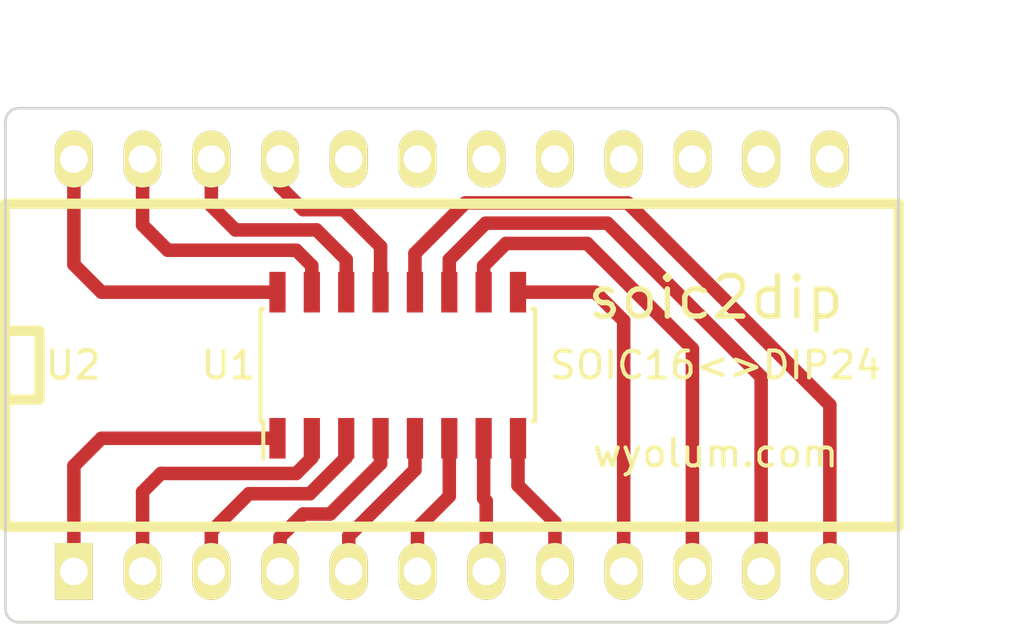
<source format=kicad_pcb>
(kicad_pcb (version 4) (host pcbnew "(2015-07-01 BZR 5850)-product")

  (general
    (links 16)
    (no_connects 0)
    (area 24.099499 13.775 64.708334 36.550001)
    (thickness 1.6)
    (drawings 14)
    (tracks 66)
    (zones 0)
    (modules 2)
    (nets 17)
  )

  (page A4)
  (layers
    (0 F.Cu signal)
    (31 B.Cu signal)
    (32 B.Adhes user)
    (33 F.Adhes user)
    (34 B.Paste user)
    (35 F.Paste user)
    (36 B.SilkS user)
    (37 F.SilkS user)
    (38 B.Mask user)
    (39 F.Mask user)
    (40 Dwgs.User user)
    (41 Cmts.User user)
    (42 Eco1.User user)
    (43 Eco2.User user)
    (44 Edge.Cuts user)
    (45 Margin user)
    (46 B.CrtYd user)
    (47 F.CrtYd user)
    (48 B.Fab user)
    (49 F.Fab user)
  )

  (setup
    (last_trace_width 0.25)
    (trace_clearance 0.2)
    (zone_clearance 0.508)
    (zone_45_only no)
    (trace_min 0.2)
    (segment_width 0.05)
    (edge_width 0.05)
    (via_size 0.6)
    (via_drill 0.4)
    (via_min_size 0.4)
    (via_min_drill 0.3)
    (uvia_size 0.3)
    (uvia_drill 0.1)
    (uvias_allowed no)
    (uvia_min_size 0.2)
    (uvia_min_drill 0.1)
    (pcb_text_width 0.15)
    (pcb_text_size 1 1)
    (mod_edge_width 0.05)
    (mod_text_size 1 1)
    (mod_text_width 0.15)
    (pad_size 1.5 1.5)
    (pad_drill 0.6)
    (pad_to_mask_clearance 0)
    (aux_axis_origin 0 0)
    (visible_elements FFFFFF7F)
    (pcbplotparams
      (layerselection 0x00130_80000001)
      (usegerberextensions false)
      (excludeedgelayer false)
      (linewidth 0.101600)
      (plotframeref true)
      (viasonmask false)
      (mode 1)
      (useauxorigin false)
      (hpglpennumber 1)
      (hpglpenspeed 20)
      (hpglpendiameter 15)
      (hpglpenoverlay 2)
      (psnegative false)
      (psa4output false)
      (plotreference true)
      (plotvalue true)
      (plotinvisibletext false)
      (padsonsilk false)
      (subtractmaskfromsilk false)
      (outputformat 4)
      (mirror false)
      (drillshape 2)
      (scaleselection 1)
      (outputdirectory soic2dip_pdf/))
  )

  (net 0 "")
  (net 1 /GND)
  (net 2 /SDI)
  (net 3 /CLK)
  (net 4 /LE-DM1)
  (net 5 /OUT0)
  (net 6 /OUT1)
  (net 7 /OUT2)
  (net 8 /OUT3)
  (net 9 /OUT4)
  (net 10 /OUT5)
  (net 11 /OUT6)
  (net 12 /OUT7)
  (net 13 /OE-DM2)
  (net 14 /SD0)
  (net 15 /R_EXT)
  (net 16 /VCC)

  (net_class Default "This is the default net class."
    (clearance 0.2)
    (trace_width 0.25)
    (via_dia 0.6)
    (via_drill 0.4)
    (uvia_dia 0.3)
    (uvia_drill 0.1)
  )

  (net_class 0.50 ""
    (clearance 0.2)
    (trace_width 0.5)
    (via_dia 0.6)
    (via_drill 0.4)
    (uvia_dia 0.3)
    (uvia_drill 0.1)
    (add_net /CLK)
    (add_net /GND)
    (add_net /LE-DM1)
    (add_net /OE-DM2)
    (add_net /OUT0)
    (add_net /OUT1)
    (add_net /OUT2)
    (add_net /OUT3)
    (add_net /OUT4)
    (add_net /OUT5)
    (add_net /OUT6)
    (add_net /OUT7)
    (add_net /R_EXT)
    (add_net /SD0)
    (add_net /SDI)
    (add_net /VCC)
  )

  (module soic2dip_libs:SOIC-16_3.9x9.9mm_Pitch1.27mm (layer F.Cu) (tedit 55B8C955) (tstamp 55B9B489)
    (at 39 27 90)
    (descr "16-Lead Plastic Small Outline (SL) - Narrow, 3.90 mm Body [SOIC] (see Microchip Packaging Specification 00000049BS.pdf)")
    (tags "SOIC 1.27")
    (path /55B8BE11)
    (attr smd)
    (fp_text reference U1 (at 0 -6.25 180) (layer F.SilkS)
      (effects (font (size 1 1) (thickness 0.15)))
    )
    (fp_text value STP8DP05 (at -1 -1.25 180) (layer F.SilkS) hide
      (effects (font (size 1 1) (thickness 0.15)))
    )
    (fp_line (start -3.7 -5.25) (end -3.7 5.25) (layer F.CrtYd) (width 0.05))
    (fp_line (start 3.7 -5.25) (end 3.7 5.25) (layer F.CrtYd) (width 0.05))
    (fp_line (start -3.7 -5.25) (end 3.7 -5.25) (layer F.CrtYd) (width 0.05))
    (fp_line (start -3.7 5.25) (end 3.7 5.25) (layer F.CrtYd) (width 0.05))
    (fp_line (start -2.075 -5.075) (end -2.075 -4.97) (layer F.SilkS) (width 0.15))
    (fp_line (start 2.075 -5.075) (end 2.075 -4.97) (layer F.SilkS) (width 0.15))
    (fp_line (start 2.075 5.075) (end 2.075 4.97) (layer F.SilkS) (width 0.15))
    (fp_line (start -2.075 5.075) (end -2.075 4.97) (layer F.SilkS) (width 0.15))
    (fp_line (start -2.075 -5.075) (end 2.075 -5.075) (layer F.SilkS) (width 0.15))
    (fp_line (start -2.075 5.075) (end 2.075 5.075) (layer F.SilkS) (width 0.15))
    (fp_line (start -2.075 -4.97) (end -3.45 -4.97) (layer F.SilkS) (width 0.15))
    (pad 1 smd rect (at -2.7 -4.445 90) (size 1.5 0.6) (layers F.Cu F.Paste F.Mask)
      (net 1 /GND))
    (pad 2 smd rect (at -2.7 -3.175 90) (size 1.5 0.6) (layers F.Cu F.Paste F.Mask)
      (net 2 /SDI))
    (pad 3 smd rect (at -2.7 -1.905 90) (size 1.5 0.6) (layers F.Cu F.Paste F.Mask)
      (net 3 /CLK))
    (pad 4 smd rect (at -2.7 -0.635 90) (size 1.5 0.6) (layers F.Cu F.Paste F.Mask)
      (net 4 /LE-DM1))
    (pad 5 smd rect (at -2.7 0.635 90) (size 1.5 0.6) (layers F.Cu F.Paste F.Mask)
      (net 5 /OUT0))
    (pad 6 smd rect (at -2.7 1.905 90) (size 1.5 0.6) (layers F.Cu F.Paste F.Mask)
      (net 6 /OUT1))
    (pad 7 smd rect (at -2.7 3.175 90) (size 1.5 0.6) (layers F.Cu F.Paste F.Mask)
      (net 7 /OUT2))
    (pad 8 smd rect (at -2.7 4.445 90) (size 1.5 0.6) (layers F.Cu F.Paste F.Mask)
      (net 8 /OUT3))
    (pad 9 smd rect (at 2.7 4.445 90) (size 1.5 0.6) (layers F.Cu F.Paste F.Mask)
      (net 9 /OUT4))
    (pad 10 smd rect (at 2.7 3.175 90) (size 1.5 0.6) (layers F.Cu F.Paste F.Mask)
      (net 10 /OUT5))
    (pad 11 smd rect (at 2.7 1.905 90) (size 1.5 0.6) (layers F.Cu F.Paste F.Mask)
      (net 11 /OUT6))
    (pad 12 smd rect (at 2.7 0.635 90) (size 1.5 0.6) (layers F.Cu F.Paste F.Mask)
      (net 12 /OUT7))
    (pad 13 smd rect (at 2.7 -0.635 90) (size 1.5 0.6) (layers F.Cu F.Paste F.Mask)
      (net 13 /OE-DM2))
    (pad 14 smd rect (at 2.7 -1.905 90) (size 1.5 0.6) (layers F.Cu F.Paste F.Mask)
      (net 14 /SD0))
    (pad 15 smd rect (at 2.7 -3.175 90) (size 1.5 0.6) (layers F.Cu F.Paste F.Mask)
      (net 15 /R_EXT))
    (pad 16 smd rect (at 2.7 -4.445 90) (size 1.5 0.6) (layers F.Cu F.Paste F.Mask)
      (net 16 /VCC))
    (model Housings_SOIC/SOIC-16_3.9x9.9mm_Pitch1.27mm.wrl
      (at (xyz 0 0 0))
      (scale (xyz 1 1 1))
      (rotate (xyz 0 0 0))
    )
  )

  (module soic2dip_libs:DIP-24_600_ELL (layer F.Cu) (tedit 55B8CB93) (tstamp 55B9B4AC)
    (at 41 27)
    (descr "24 pins DIL package, elliptical pads")
    (tags DIL)
    (path /55B8BE56)
    (attr smd)
    (fp_text reference U2 (at -14 0 180) (layer F.SilkS)
      (effects (font (size 1.016 1.016) (thickness 0.1524)))
    )
    (fp_text value STP16DP05 (at -11.75 5) (layer F.SilkS) hide
      (effects (font (size 1.016 1.016) (thickness 0.1524)))
    )
    (fp_line (start 16.51 5.969) (end 16.51 -5.969) (layer F.SilkS) (width 0.381))
    (fp_line (start -16.51 -5.969) (end -16.51 5.969) (layer F.SilkS) (width 0.381))
    (fp_line (start -16.51 -1.27) (end -15.24 -1.27) (layer F.SilkS) (width 0.381))
    (fp_line (start -15.24 -1.27) (end -15.24 1.27) (layer F.SilkS) (width 0.381))
    (fp_line (start -15.24 1.27) (end -16.51 1.27) (layer F.SilkS) (width 0.381))
    (fp_line (start -16.51 -5.969) (end 16.51 -5.969) (layer F.SilkS) (width 0.381))
    (fp_line (start 16.51 5.969) (end -16.51 5.969) (layer F.SilkS) (width 0.381))
    (pad 1 thru_hole rect (at -13.97 7.62) (size 1.4 2.1) (drill 1.02) (layers *.Cu *.Mask F.SilkS)
      (net 1 /GND))
    (pad 2 thru_hole oval (at -11.43 7.62) (size 1.4 2.1) (drill 1.02) (layers *.Cu *.Mask F.SilkS)
      (net 2 /SDI))
    (pad 3 thru_hole oval (at -8.89 7.62) (size 1.4 2.1) (drill 1.02) (layers *.Cu *.Mask F.SilkS)
      (net 3 /CLK))
    (pad 4 thru_hole oval (at -6.35 7.62) (size 1.4 2.1) (drill 1.02) (layers *.Cu *.Mask F.SilkS)
      (net 4 /LE-DM1))
    (pad 5 thru_hole oval (at -3.81 7.62) (size 1.4 2.1) (drill 1.02) (layers *.Cu *.Mask F.SilkS)
      (net 5 /OUT0))
    (pad 6 thru_hole oval (at -1.27 7.62) (size 1.4 2.1) (drill 1.02) (layers *.Cu *.Mask F.SilkS)
      (net 6 /OUT1))
    (pad 7 thru_hole oval (at 1.27 7.62) (size 1.4 2.1) (drill 1.02) (layers *.Cu *.Mask F.SilkS)
      (net 7 /OUT2))
    (pad 8 thru_hole oval (at 3.81 7.62) (size 1.4 2.1) (drill 1.02) (layers *.Cu *.Mask F.SilkS)
      (net 8 /OUT3))
    (pad 9 thru_hole oval (at 6.35 7.62) (size 1.4 2.1) (drill 1.02) (layers *.Cu *.Mask F.SilkS)
      (net 9 /OUT4))
    (pad 10 thru_hole oval (at 8.89 7.62) (size 1.4 2.1) (drill 1.02) (layers *.Cu *.Mask F.SilkS)
      (net 10 /OUT5))
    (pad 11 thru_hole oval (at 11.43 7.62) (size 1.4 2.1) (drill 1.02) (layers *.Cu *.Mask F.SilkS)
      (net 11 /OUT6))
    (pad 12 thru_hole oval (at 13.97 7.62) (size 1.4 2.1) (drill 1.02) (layers *.Cu *.Mask F.SilkS)
      (net 12 /OUT7))
    (pad 13 thru_hole oval (at 13.97 -7.62) (size 1.4 2.1) (drill 1.02) (layers *.Cu *.Mask F.SilkS))
    (pad 14 thru_hole oval (at 11.43 -7.62) (size 1.4 2.1) (drill 1.02) (layers *.Cu *.Mask F.SilkS))
    (pad 15 thru_hole oval (at 8.89 -7.62) (size 1.4 2.1) (drill 1.02) (layers *.Cu *.Mask F.SilkS))
    (pad 16 thru_hole oval (at 6.35 -7.62) (size 1.4 2.1) (drill 1.02) (layers *.Cu *.Mask F.SilkS))
    (pad 17 thru_hole oval (at 3.81 -7.62) (size 1.4 2.1) (drill 1.02) (layers *.Cu *.Mask F.SilkS))
    (pad 18 thru_hole oval (at 1.27 -7.62) (size 1.4 2.1) (drill 1.02) (layers *.Cu *.Mask F.SilkS))
    (pad 19 thru_hole oval (at -1.27 -7.62) (size 1.4 2.1) (drill 1.02) (layers *.Cu *.Mask F.SilkS))
    (pad 20 thru_hole oval (at -3.81 -7.62) (size 1.4 2.1) (drill 1.02) (layers *.Cu *.Mask F.SilkS))
    (pad 21 thru_hole oval (at -6.35 -7.62) (size 1.4 2.1) (drill 1.02) (layers *.Cu *.Mask F.SilkS)
      (net 13 /OE-DM2))
    (pad 22 thru_hole oval (at -8.89 -7.62) (size 1.4 2.1) (drill 1.02) (layers *.Cu *.Mask F.SilkS)
      (net 14 /SD0))
    (pad 23 thru_hole oval (at -11.43 -7.62) (size 1.4 2.1) (drill 1.02) (layers *.Cu *.Mask F.SilkS)
      (net 15 /R_EXT))
    (pad 24 thru_hole oval (at -13.97 -7.62) (size 1.4 2.1) (drill 1.02) (layers *.Cu *.Mask F.SilkS)
      (net 16 /VCC))
    (model C3Jr_v2_libs//C3Jr_v2_3D_Modules//dil_24-600_socket.wrl
      (at (xyz 0 0 0))
      (scale (xyz 1 1 1))
      (rotate (xyz 0 0 0))
    )
  )

  (gr_text wyolum.com (at 50.75 30.25) (layer F.SilkS)
    (effects (font (size 1 1) (thickness 0.15)))
  )
  (gr_text SOIC16<>DIP24 (at 50.75 27) (layer F.SilkS)
    (effects (font (size 1 1) (thickness 0.15)))
  )
  (gr_text soic2dip (at 50.75 24.5) (layer F.SilkS)
    (effects (font (size 1.5 1.5) (thickness 0.2)))
  )
  (dimension 33 (width 0.15) (layer Dwgs.User)
    (gr_text "33.000 mm" (at 41 14.7) (layer Dwgs.User)
      (effects (font (size 1 1) (thickness 0.15)))
    )
    (feature1 (pts (xy 57.5 17.5) (xy 57.5 13.9)))
    (feature2 (pts (xy 24.5 17.5) (xy 24.5 13.9)))
    (crossbar (pts (xy 24.5 15.5) (xy 57.5 15.5)))
    (arrow1a (pts (xy 57.5 15.5) (xy 56.373496 16.086421)))
    (arrow1b (pts (xy 57.5 15.5) (xy 56.373496 14.913579)))
    (arrow2a (pts (xy 24.5 15.5) (xy 25.626504 16.086421)))
    (arrow2b (pts (xy 24.5 15.5) (xy 25.626504 14.913579)))
  )
  (dimension 19 (width 0.15) (layer Dwgs.User)
    (gr_text "19.000 mm" (at 60.3 27 270) (layer Dwgs.User)
      (effects (font (size 1 1) (thickness 0.15)))
    )
    (feature1 (pts (xy 57.5 36.5) (xy 61.1 36.5)))
    (feature2 (pts (xy 57.5 17.5) (xy 61.1 17.5)))
    (crossbar (pts (xy 59.5 17.5) (xy 59.5 36.5)))
    (arrow1a (pts (xy 59.5 36.5) (xy 58.913579 35.373496)))
    (arrow1b (pts (xy 59.5 36.5) (xy 60.086421 35.373496)))
    (arrow2a (pts (xy 59.5 17.5) (xy 58.913579 18.626504)))
    (arrow2b (pts (xy 59.5 17.5) (xy 60.086421 18.626504)))
  )
  (gr_arc (start 25 36) (end 25 36.5) (angle 90) (layer Edge.Cuts) (width 0.1))
  (gr_arc (start 57 36) (end 57.5 36) (angle 90) (layer Edge.Cuts) (width 0.1))
  (gr_arc (start 57 18) (end 57 17.5) (angle 90) (layer Edge.Cuts) (width 0.1))
  (gr_arc (start 25 18) (end 24.5 18) (angle 90) (layer Edge.Cuts) (width 0.1))
  (gr_line (start 24.5 36) (end 24.5 27) (angle 90) (layer Edge.Cuts) (width 0.1))
  (gr_line (start 57 36.5) (end 25 36.5) (angle 90) (layer Edge.Cuts) (width 0.1))
  (gr_line (start 57.5 18) (end 57.5 36) (angle 90) (layer Edge.Cuts) (width 0.1))
  (gr_line (start 25 17.5) (end 57 17.5) (angle 90) (layer Edge.Cuts) (width 0.1))
  (gr_line (start 24.5 27) (end 24.5 18) (angle 90) (layer Edge.Cuts) (width 0.1))

  (segment (start 34.555 29.7) (end 28.05 29.7) (width 0.5) (layer F.Cu) (net 1))
  (segment (start 27.03 30.72) (end 27.03 34.62) (width 0.5) (layer F.Cu) (net 1) (tstamp 55B9B675))
  (segment (start 28.05 29.7) (end 27.03 30.72) (width 0.5) (layer F.Cu) (net 1) (tstamp 55B9B674))
  (segment (start 35.825 29.7) (end 35.825 30.425) (width 0.5) (layer F.Cu) (net 2))
  (segment (start 35.825 30.425) (end 35.25 31) (width 0.5) (layer F.Cu) (net 2) (tstamp 55B9B67B))
  (segment (start 35.25 31) (end 30.25 31) (width 0.5) (layer F.Cu) (net 2) (tstamp 55B9B67C))
  (segment (start 30.25 31) (end 29.57 31.68) (width 0.5) (layer F.Cu) (net 2) (tstamp 55B9B67D))
  (segment (start 29.57 31.68) (end 29.57 34.62) (width 0.5) (layer F.Cu) (net 2) (tstamp 55B9B67E))
  (segment (start 37.095 29.7) (end 37.095 30.405) (width 0.5) (layer F.Cu) (net 3))
  (segment (start 37.095 30.405) (end 35.75 31.75) (width 0.5) (layer F.Cu) (net 3) (tstamp 55B9B681))
  (segment (start 35.75 31.75) (end 33.5 31.75) (width 0.5) (layer F.Cu) (net 3) (tstamp 55B9B682))
  (segment (start 33.5 31.75) (end 32.11 33.14) (width 0.5) (layer F.Cu) (net 3) (tstamp 55B9B684))
  (segment (start 32.11 33.14) (end 32.11 34.62) (width 0.5) (layer F.Cu) (net 3) (tstamp 55B9B685))
  (segment (start 38.365 29.7) (end 38.365 30.635) (width 0.5) (layer F.Cu) (net 4))
  (segment (start 34.65 33.35) (end 34.65 34.62) (width 0.5) (layer F.Cu) (net 4) (tstamp 55B9B68C))
  (segment (start 35.5 32.5) (end 34.65 33.35) (width 0.5) (layer F.Cu) (net 4) (tstamp 55B9B68B))
  (segment (start 36.5 32.5) (end 35.5 32.5) (width 0.5) (layer F.Cu) (net 4) (tstamp 55B9B689))
  (segment (start 38.365 30.635) (end 36.5 32.5) (width 0.5) (layer F.Cu) (net 4) (tstamp 55B9B688))
  (segment (start 39.635 29.7) (end 39.635 30.865) (width 0.5) (layer F.Cu) (net 5))
  (segment (start 39.635 30.865) (end 37.19 33.31) (width 0.5) (layer F.Cu) (net 5) (tstamp 55B9B68F))
  (segment (start 37.19 33.31) (end 37.19 34.62) (width 0.5) (layer F.Cu) (net 5) (tstamp 55B9B690))
  (segment (start 40.905 29.7) (end 40.905 31.845) (width 0.5) (layer F.Cu) (net 6))
  (segment (start 39.73 33.02) (end 39.73 34.62) (width 0.5) (layer F.Cu) (net 6) (tstamp 55B9B696))
  (segment (start 40.905 31.845) (end 39.73 33.02) (width 0.5) (layer F.Cu) (net 6) (tstamp 55B9B694))
  (segment (start 42.175 29.7) (end 42.175 31.925) (width 0.5) (layer F.Cu) (net 7))
  (segment (start 42.27 32.02) (end 42.27 34.62) (width 0.5) (layer F.Cu) (net 7) (tstamp 55B9B69B))
  (segment (start 42.175 31.925) (end 42.27 32.02) (width 0.5) (layer F.Cu) (net 7) (tstamp 55B9B69A))
  (segment (start 43.445 29.7) (end 43.445 31.445) (width 0.5) (layer F.Cu) (net 8))
  (segment (start 44.81 32.81) (end 44.81 34.62) (width 0.5) (layer F.Cu) (net 8) (tstamp 55B9B6A0))
  (segment (start 43.445 31.445) (end 44.81 32.81) (width 0.5) (layer F.Cu) (net 8) (tstamp 55B9B69E))
  (segment (start 43.445 24.3) (end 46.3 24.3) (width 0.5) (layer F.Cu) (net 9))
  (segment (start 46.3 24.3) (end 47.35 25.35) (width 0.5) (layer F.Cu) (net 9) (tstamp 55B9B805))
  (segment (start 47.35 25.35) (end 47.35 34.62) (width 0.5) (layer F.Cu) (net 9) (tstamp 55B9B6E4))
  (segment (start 42.175 24.3) (end 42.175 23.325) (width 0.5) (layer F.Cu) (net 10))
  (segment (start 49.89 26.39) (end 49.89 34.62) (width 0.5) (layer F.Cu) (net 10) (tstamp 55B9B6AE))
  (segment (start 46 22.5) (end 49.89 26.39) (width 0.5) (layer F.Cu) (net 10) (tstamp 55B9B6AD))
  (segment (start 43 22.5) (end 46 22.5) (width 0.5) (layer F.Cu) (net 10) (tstamp 55B9B6AC))
  (segment (start 42.175 23.325) (end 43 22.5) (width 0.5) (layer F.Cu) (net 10) (tstamp 55B9B6AB))
  (segment (start 40.905 24.3) (end 40.905 23.095) (width 0.5) (layer F.Cu) (net 11))
  (segment (start 52.43 27.43) (end 52.43 34.62) (width 0.5) (layer F.Cu) (net 11) (tstamp 55B9B6B6))
  (segment (start 46.75 21.75) (end 52.43 27.43) (width 0.5) (layer F.Cu) (net 11) (tstamp 55B9B6B4))
  (segment (start 42.25 21.75) (end 46.75 21.75) (width 0.5) (layer F.Cu) (net 11) (tstamp 55B9B6B3))
  (segment (start 40.905 23.095) (end 42.25 21.75) (width 0.5) (layer F.Cu) (net 11) (tstamp 55B9B6B2))
  (segment (start 39.635 24.3) (end 39.635 22.865) (width 0.5) (layer F.Cu) (net 12))
  (segment (start 54.97 28.47) (end 54.97 34.62) (width 0.5) (layer F.Cu) (net 12) (tstamp 55B9B6BE))
  (segment (start 47.5 21) (end 54.97 28.47) (width 0.5) (layer F.Cu) (net 12) (tstamp 55B9B6BC))
  (segment (start 41.5 21) (end 47.5 21) (width 0.5) (layer F.Cu) (net 12) (tstamp 55B9B6BB))
  (segment (start 39.635 22.865) (end 41.5 21) (width 0.5) (layer F.Cu) (net 12) (tstamp 55B9B6BA))
  (segment (start 38.365 24.3) (end 38.365 22.615) (width 0.5) (layer F.Cu) (net 13))
  (segment (start 38.365 22.615) (end 37 21.25) (width 0.5) (layer F.Cu) (net 13) (tstamp 55B9B6FA))
  (segment (start 37 21.25) (end 35.5 21.25) (width 0.5) (layer F.Cu) (net 13) (tstamp 55B9B6FB))
  (segment (start 35.5 21.25) (end 34.65 20.4) (width 0.5) (layer F.Cu) (net 13) (tstamp 55B9B6FD))
  (segment (start 34.65 20.4) (end 34.65 19.38) (width 0.5) (layer F.Cu) (net 13) (tstamp 55B9B6FE))
  (segment (start 37.095 24.3) (end 37.095 23.095) (width 0.5) (layer F.Cu) (net 14))
  (segment (start 32.11 21.11) (end 32.11 19.38) (width 0.5) (layer F.Cu) (net 14) (tstamp 55B9B6F7))
  (segment (start 33 22) (end 32.11 21.11) (width 0.5) (layer F.Cu) (net 14) (tstamp 55B9B6F6))
  (segment (start 36 22) (end 33 22) (width 0.5) (layer F.Cu) (net 14) (tstamp 55B9B6F5))
  (segment (start 37.095 23.095) (end 36 22) (width 0.5) (layer F.Cu) (net 14) (tstamp 55B9B6F4))
  (segment (start 35.825 24.3) (end 35.825 23.325) (width 0.5) (layer F.Cu) (net 15))
  (segment (start 35.825 23.325) (end 35.25 22.75) (width 0.5) (layer F.Cu) (net 15) (tstamp 55B9B6EE))
  (segment (start 35.25 22.75) (end 30.5 22.75) (width 0.5) (layer F.Cu) (net 15) (tstamp 55B9B6EF))
  (segment (start 30.5 22.75) (end 29.57 21.82) (width 0.5) (layer F.Cu) (net 15) (tstamp 55B9B6F0))
  (segment (start 29.57 21.82) (end 29.57 19.38) (width 0.5) (layer F.Cu) (net 15) (tstamp 55B9B6F1))
  (segment (start 34.555 24.3) (end 28.05 24.3) (width 0.5) (layer F.Cu) (net 16))
  (segment (start 27.03 23.28) (end 27.03 19.38) (width 0.5) (layer F.Cu) (net 16) (tstamp 55B9B6EA))
  (segment (start 28.05 24.3) (end 27.03 23.28) (width 0.5) (layer F.Cu) (net 16) (tstamp 55B9B6E8))

)

</source>
